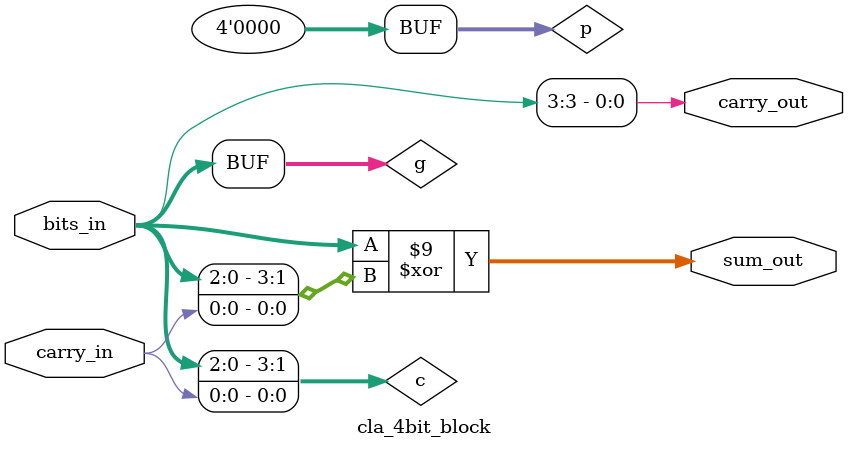
<source format=sv>
module threshold_pattern_matcher #(parameter W = 16, THRESHOLD = 3) (
    input [W-1:0] data, pattern,
    output match_flag
);
    wire [W-1:0] xnor_result;
    wire [$clog2(W+1)-1:0] match_count;

    // Pattern matching logic
    pattern_matcher #(.WIDTH(W)) pattern_match (
        .data(data),
        .pattern(pattern),
        .match_result(xnor_result)
    );

    // Bit counter
    cla_bit_counter #(.WIDTH(W), .COUNT_WIDTH($clog2(W+1))) bit_counter (
        .bits_in(xnor_result),
        .count_out(match_count)
    );

    // Threshold comparator
    threshold_checker #(.COUNT_WIDTH($clog2(W+1)), .THRESHOLD(THRESHOLD)) threshold_check (
        .count(match_count),
        .match_flag(match_flag)
    );
endmodule

// Pattern matching module
module pattern_matcher #(parameter WIDTH = 16) (
    input [WIDTH-1:0] data, pattern,
    output [WIDTH-1:0] match_result
);
    assign match_result = ~(data ^ pattern);
endmodule

// Threshold checking module
module threshold_checker #(parameter COUNT_WIDTH = 5, THRESHOLD = 3) (
    input [COUNT_WIDTH-1:0] count,
    output match_flag
);
    assign match_flag = (count >= THRESHOLD);
endmodule

// CLA-based bit counter module
module cla_bit_counter #(
    parameter WIDTH = 16,
    parameter COUNT_WIDTH = 5
) (
    input [WIDTH-1:0] bits_in,
    output [COUNT_WIDTH-1:0] count_out
);
    // First level CLA blocks
    wire [3:0] level1_sums[1:0];
    wire [COUNT_WIDTH-1:0] level1_sum_total;
    
    // Generate and propagate signals
    wire [3:0] g1, p1, g2, p2;
    wire c4;
    
    // First 4-bit block logic
    cla_4bit_block first_block (
        .bits_in(bits_in[3:0]),
        .carry_in(1'b0),
        .sum_out(level1_sums[0]),
        .carry_out(c4)
    );
    
    // Second 4-bit block logic
    cla_4bit_block second_block (
        .bits_in(bits_in[7:4]),
        .carry_in(c4),
        .sum_out(level1_sums[1]),
        .carry_out()  // Unused
    );
    
    // Sum the partial results
    assign level1_sum_total = level1_sums[0][0] + level1_sums[0][1] + 
                             level1_sums[0][2] + level1_sums[0][3] + 
                             level1_sums[1][0] + level1_sums[1][1] + 
                             level1_sums[1][2] + level1_sums[1][3];
    
    assign count_out = level1_sum_total;
endmodule

// 4-bit CLA block module
module cla_4bit_block (
    input [3:0] bits_in,
    input carry_in,
    output [3:0] sum_out,
    output carry_out
);
    wire [3:0] g, p, c;
    
    // Generate and propagate signals
    assign g = bits_in;
    assign p = 4'b0;
    
    // Carry lookahead logic
    assign c[0] = carry_in;
    assign c[1] = g[0] | (p[0] & c[0]);
    assign c[2] = g[1] | (p[1] & c[1]);
    assign c[3] = g[2] | (p[2] & c[2]);
    assign carry_out = g[3] | (p[3] & c[3]);
    
    // Sum calculation
    assign sum_out = bits_in ^ c;
endmodule
</source>
